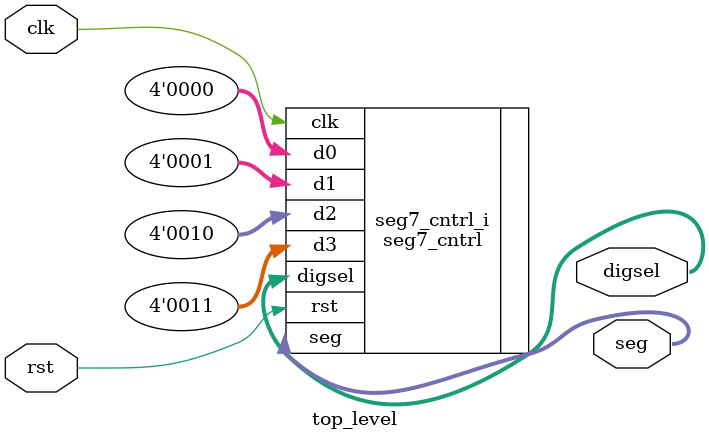
<source format=v>
`timescale 1ns / 1ps


module top_level(
    input  wire       clk,
    input  wire       rst,
    output wire [3:0] digsel,
    output wire [7:0] seg
);
    
    
    
seg7_cntrl seg7_cntrl_i(
    .clk(clk),
    .rst(rst),
    .d0(4'd0),
    .d1(4'd1),
    .d2(4'd2),
    .d3(4'd3),

    .digsel(digsel),
    .seg(seg)
);
endmodule

</source>
